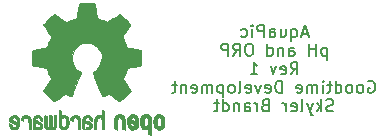
<source format=gbo>
G04 #@! TF.FileFunction,Legend,Bot*
%FSLAX46Y46*%
G04 Gerber Fmt 4.6, Leading zero omitted, Abs format (unit mm)*
G04 Created by KiCad (PCBNEW 4.0.2+dfsg1-stable) date Tue 31 Jul 2018 07:20:09 PM EDT*
%MOMM*%
G01*
G04 APERTURE LIST*
%ADD10C,0.127000*%
%ADD11C,0.152400*%
%ADD12C,0.010000*%
G04 APERTURE END LIST*
D10*
D11*
X72656095Y28380267D02*
X72172286Y28380267D01*
X72752857Y28089981D02*
X72414190Y29105981D01*
X72075524Y28089981D01*
X71301429Y28767314D02*
X71301429Y27751314D01*
X71301429Y28138362D02*
X71398191Y28089981D01*
X71591714Y28089981D01*
X71688476Y28138362D01*
X71736857Y28186743D01*
X71785238Y28283505D01*
X71785238Y28573790D01*
X71736857Y28670552D01*
X71688476Y28718933D01*
X71591714Y28767314D01*
X71398191Y28767314D01*
X71301429Y28718933D01*
X70382191Y28767314D02*
X70382191Y28089981D01*
X70817619Y28767314D02*
X70817619Y28235124D01*
X70769238Y28138362D01*
X70672476Y28089981D01*
X70527334Y28089981D01*
X70430572Y28138362D01*
X70382191Y28186743D01*
X69462953Y28089981D02*
X69462953Y28622171D01*
X69511334Y28718933D01*
X69608096Y28767314D01*
X69801619Y28767314D01*
X69898381Y28718933D01*
X69462953Y28138362D02*
X69559715Y28089981D01*
X69801619Y28089981D01*
X69898381Y28138362D01*
X69946762Y28235124D01*
X69946762Y28331886D01*
X69898381Y28428648D01*
X69801619Y28477029D01*
X69559715Y28477029D01*
X69462953Y28525410D01*
X68979143Y28089981D02*
X68979143Y29105981D01*
X68592096Y29105981D01*
X68495334Y29057600D01*
X68446953Y29009219D01*
X68398572Y28912457D01*
X68398572Y28767314D01*
X68446953Y28670552D01*
X68495334Y28622171D01*
X68592096Y28573790D01*
X68979143Y28573790D01*
X67963143Y28089981D02*
X67963143Y28767314D01*
X67963143Y29105981D02*
X68011524Y29057600D01*
X67963143Y29009219D01*
X67914762Y29057600D01*
X67963143Y29105981D01*
X67963143Y29009219D01*
X67043905Y28138362D02*
X67140667Y28089981D01*
X67334190Y28089981D01*
X67430952Y28138362D01*
X67479333Y28186743D01*
X67527714Y28283505D01*
X67527714Y28573790D01*
X67479333Y28670552D01*
X67430952Y28718933D01*
X67334190Y28767314D01*
X67140667Y28767314D01*
X67043905Y28718933D01*
X74301047Y27192514D02*
X74301047Y26176514D01*
X74301047Y27144133D02*
X74204285Y27192514D01*
X74010762Y27192514D01*
X73914000Y27144133D01*
X73865619Y27095752D01*
X73817238Y26998990D01*
X73817238Y26708705D01*
X73865619Y26611943D01*
X73914000Y26563562D01*
X74010762Y26515181D01*
X74204285Y26515181D01*
X74301047Y26563562D01*
X73381809Y26515181D02*
X73381809Y27531181D01*
X73381809Y27047371D02*
X72801238Y27047371D01*
X72801238Y26515181D02*
X72801238Y27531181D01*
X71107905Y26515181D02*
X71107905Y27047371D01*
X71156286Y27144133D01*
X71253048Y27192514D01*
X71446571Y27192514D01*
X71543333Y27144133D01*
X71107905Y26563562D02*
X71204667Y26515181D01*
X71446571Y26515181D01*
X71543333Y26563562D01*
X71591714Y26660324D01*
X71591714Y26757086D01*
X71543333Y26853848D01*
X71446571Y26902229D01*
X71204667Y26902229D01*
X71107905Y26950610D01*
X70624095Y27192514D02*
X70624095Y26515181D01*
X70624095Y27095752D02*
X70575714Y27144133D01*
X70478952Y27192514D01*
X70333810Y27192514D01*
X70237048Y27144133D01*
X70188667Y27047371D01*
X70188667Y26515181D01*
X69269429Y26515181D02*
X69269429Y27531181D01*
X69269429Y26563562D02*
X69366191Y26515181D01*
X69559714Y26515181D01*
X69656476Y26563562D01*
X69704857Y26611943D01*
X69753238Y26708705D01*
X69753238Y26998990D01*
X69704857Y27095752D01*
X69656476Y27144133D01*
X69559714Y27192514D01*
X69366191Y27192514D01*
X69269429Y27144133D01*
X67818000Y27531181D02*
X67624477Y27531181D01*
X67527715Y27482800D01*
X67430953Y27386038D01*
X67382572Y27192514D01*
X67382572Y26853848D01*
X67430953Y26660324D01*
X67527715Y26563562D01*
X67624477Y26515181D01*
X67818000Y26515181D01*
X67914762Y26563562D01*
X68011524Y26660324D01*
X68059905Y26853848D01*
X68059905Y27192514D01*
X68011524Y27386038D01*
X67914762Y27482800D01*
X67818000Y27531181D01*
X66366572Y26515181D02*
X66705238Y26998990D01*
X66947143Y26515181D02*
X66947143Y27531181D01*
X66560096Y27531181D01*
X66463334Y27482800D01*
X66414953Y27434419D01*
X66366572Y27337657D01*
X66366572Y27192514D01*
X66414953Y27095752D01*
X66463334Y27047371D01*
X66560096Y26998990D01*
X66947143Y26998990D01*
X65931143Y26515181D02*
X65931143Y27531181D01*
X65544096Y27531181D01*
X65447334Y27482800D01*
X65398953Y27434419D01*
X65350572Y27337657D01*
X65350572Y27192514D01*
X65398953Y27095752D01*
X65447334Y27047371D01*
X65544096Y26998990D01*
X65931143Y26998990D01*
X71228857Y24940381D02*
X71567523Y25424190D01*
X71809428Y24940381D02*
X71809428Y25956381D01*
X71422381Y25956381D01*
X71325619Y25908000D01*
X71277238Y25859619D01*
X71228857Y25762857D01*
X71228857Y25617714D01*
X71277238Y25520952D01*
X71325619Y25472571D01*
X71422381Y25424190D01*
X71809428Y25424190D01*
X70406381Y24988762D02*
X70503143Y24940381D01*
X70696666Y24940381D01*
X70793428Y24988762D01*
X70841809Y25085524D01*
X70841809Y25472571D01*
X70793428Y25569333D01*
X70696666Y25617714D01*
X70503143Y25617714D01*
X70406381Y25569333D01*
X70358000Y25472571D01*
X70358000Y25375810D01*
X70841809Y25279048D01*
X70019333Y25617714D02*
X69777428Y24940381D01*
X69535524Y25617714D01*
X67842191Y24940381D02*
X68422762Y24940381D01*
X68132476Y24940381D02*
X68132476Y25956381D01*
X68229238Y25811238D01*
X68326000Y25714476D01*
X68422762Y25666095D01*
X77808666Y24333200D02*
X77905428Y24381581D01*
X78050571Y24381581D01*
X78195713Y24333200D01*
X78292475Y24236438D01*
X78340856Y24139676D01*
X78389237Y23946152D01*
X78389237Y23801010D01*
X78340856Y23607486D01*
X78292475Y23510724D01*
X78195713Y23413962D01*
X78050571Y23365581D01*
X77953809Y23365581D01*
X77808666Y23413962D01*
X77760285Y23462343D01*
X77760285Y23801010D01*
X77953809Y23801010D01*
X77179713Y23365581D02*
X77276475Y23413962D01*
X77324856Y23462343D01*
X77373237Y23559105D01*
X77373237Y23849390D01*
X77324856Y23946152D01*
X77276475Y23994533D01*
X77179713Y24042914D01*
X77034571Y24042914D01*
X76937809Y23994533D01*
X76889428Y23946152D01*
X76841047Y23849390D01*
X76841047Y23559105D01*
X76889428Y23462343D01*
X76937809Y23413962D01*
X77034571Y23365581D01*
X77179713Y23365581D01*
X76260475Y23365581D02*
X76357237Y23413962D01*
X76405618Y23462343D01*
X76453999Y23559105D01*
X76453999Y23849390D01*
X76405618Y23946152D01*
X76357237Y23994533D01*
X76260475Y24042914D01*
X76115333Y24042914D01*
X76018571Y23994533D01*
X75970190Y23946152D01*
X75921809Y23849390D01*
X75921809Y23559105D01*
X75970190Y23462343D01*
X76018571Y23413962D01*
X76115333Y23365581D01*
X76260475Y23365581D01*
X75050952Y23365581D02*
X75050952Y24381581D01*
X75050952Y23413962D02*
X75147714Y23365581D01*
X75341237Y23365581D01*
X75437999Y23413962D01*
X75486380Y23462343D01*
X75534761Y23559105D01*
X75534761Y23849390D01*
X75486380Y23946152D01*
X75437999Y23994533D01*
X75341237Y24042914D01*
X75147714Y24042914D01*
X75050952Y23994533D01*
X74712285Y24042914D02*
X74325237Y24042914D01*
X74567142Y24381581D02*
X74567142Y23510724D01*
X74518761Y23413962D01*
X74421999Y23365581D01*
X74325237Y23365581D01*
X73986571Y23365581D02*
X73986571Y24042914D01*
X73986571Y24381581D02*
X74034952Y24333200D01*
X73986571Y24284819D01*
X73938190Y24333200D01*
X73986571Y24381581D01*
X73986571Y24284819D01*
X73502761Y23365581D02*
X73502761Y24042914D01*
X73502761Y23946152D02*
X73454380Y23994533D01*
X73357618Y24042914D01*
X73212476Y24042914D01*
X73115714Y23994533D01*
X73067333Y23897771D01*
X73067333Y23365581D01*
X73067333Y23897771D02*
X73018952Y23994533D01*
X72922190Y24042914D01*
X72777047Y24042914D01*
X72680285Y23994533D01*
X72631904Y23897771D01*
X72631904Y23365581D01*
X71761047Y23413962D02*
X71857809Y23365581D01*
X72051332Y23365581D01*
X72148094Y23413962D01*
X72196475Y23510724D01*
X72196475Y23897771D01*
X72148094Y23994533D01*
X72051332Y24042914D01*
X71857809Y24042914D01*
X71761047Y23994533D01*
X71712666Y23897771D01*
X71712666Y23801010D01*
X72196475Y23704248D01*
X70503142Y23365581D02*
X70503142Y24381581D01*
X70261237Y24381581D01*
X70116095Y24333200D01*
X70019333Y24236438D01*
X69970952Y24139676D01*
X69922571Y23946152D01*
X69922571Y23801010D01*
X69970952Y23607486D01*
X70019333Y23510724D01*
X70116095Y23413962D01*
X70261237Y23365581D01*
X70503142Y23365581D01*
X69100095Y23413962D02*
X69196857Y23365581D01*
X69390380Y23365581D01*
X69487142Y23413962D01*
X69535523Y23510724D01*
X69535523Y23897771D01*
X69487142Y23994533D01*
X69390380Y24042914D01*
X69196857Y24042914D01*
X69100095Y23994533D01*
X69051714Y23897771D01*
X69051714Y23801010D01*
X69535523Y23704248D01*
X68713047Y24042914D02*
X68471142Y23365581D01*
X68229238Y24042914D01*
X67455143Y23413962D02*
X67551905Y23365581D01*
X67745428Y23365581D01*
X67842190Y23413962D01*
X67890571Y23510724D01*
X67890571Y23897771D01*
X67842190Y23994533D01*
X67745428Y24042914D01*
X67551905Y24042914D01*
X67455143Y23994533D01*
X67406762Y23897771D01*
X67406762Y23801010D01*
X67890571Y23704248D01*
X66826190Y23365581D02*
X66922952Y23413962D01*
X66971333Y23510724D01*
X66971333Y24381581D01*
X66294000Y23365581D02*
X66390762Y23413962D01*
X66439143Y23462343D01*
X66487524Y23559105D01*
X66487524Y23849390D01*
X66439143Y23946152D01*
X66390762Y23994533D01*
X66294000Y24042914D01*
X66148858Y24042914D01*
X66052096Y23994533D01*
X66003715Y23946152D01*
X65955334Y23849390D01*
X65955334Y23559105D01*
X66003715Y23462343D01*
X66052096Y23413962D01*
X66148858Y23365581D01*
X66294000Y23365581D01*
X65519905Y24042914D02*
X65519905Y23026914D01*
X65519905Y23994533D02*
X65423143Y24042914D01*
X65229620Y24042914D01*
X65132858Y23994533D01*
X65084477Y23946152D01*
X65036096Y23849390D01*
X65036096Y23559105D01*
X65084477Y23462343D01*
X65132858Y23413962D01*
X65229620Y23365581D01*
X65423143Y23365581D01*
X65519905Y23413962D01*
X64600667Y23365581D02*
X64600667Y24042914D01*
X64600667Y23946152D02*
X64552286Y23994533D01*
X64455524Y24042914D01*
X64310382Y24042914D01*
X64213620Y23994533D01*
X64165239Y23897771D01*
X64165239Y23365581D01*
X64165239Y23897771D02*
X64116858Y23994533D01*
X64020096Y24042914D01*
X63874953Y24042914D01*
X63778191Y23994533D01*
X63729810Y23897771D01*
X63729810Y23365581D01*
X62858953Y23413962D02*
X62955715Y23365581D01*
X63149238Y23365581D01*
X63246000Y23413962D01*
X63294381Y23510724D01*
X63294381Y23897771D01*
X63246000Y23994533D01*
X63149238Y24042914D01*
X62955715Y24042914D01*
X62858953Y23994533D01*
X62810572Y23897771D01*
X62810572Y23801010D01*
X63294381Y23704248D01*
X62375143Y24042914D02*
X62375143Y23365581D01*
X62375143Y23946152D02*
X62326762Y23994533D01*
X62230000Y24042914D01*
X62084858Y24042914D01*
X61988096Y23994533D01*
X61939715Y23897771D01*
X61939715Y23365581D01*
X61601048Y24042914D02*
X61214000Y24042914D01*
X61455905Y24381581D02*
X61455905Y23510724D01*
X61407524Y23413962D01*
X61310762Y23365581D01*
X61214000Y23365581D01*
X74833236Y21839162D02*
X74688093Y21790781D01*
X74446189Y21790781D01*
X74349427Y21839162D01*
X74301046Y21887543D01*
X74252665Y21984305D01*
X74252665Y22081067D01*
X74301046Y22177829D01*
X74349427Y22226210D01*
X74446189Y22274590D01*
X74639712Y22322971D01*
X74736474Y22371352D01*
X74784855Y22419733D01*
X74833236Y22516495D01*
X74833236Y22613257D01*
X74784855Y22710019D01*
X74736474Y22758400D01*
X74639712Y22806781D01*
X74397808Y22806781D01*
X74252665Y22758400D01*
X73817236Y21790781D02*
X73817236Y22806781D01*
X73720474Y22177829D02*
X73430189Y21790781D01*
X73430189Y22468114D02*
X73817236Y22081067D01*
X73091522Y22468114D02*
X72849617Y21790781D01*
X72607713Y22468114D02*
X72849617Y21790781D01*
X72946379Y21548876D01*
X72994760Y21500495D01*
X73091522Y21452114D01*
X72075522Y21790781D02*
X72172284Y21839162D01*
X72220665Y21935924D01*
X72220665Y22806781D01*
X71301428Y21839162D02*
X71398190Y21790781D01*
X71591713Y21790781D01*
X71688475Y21839162D01*
X71736856Y21935924D01*
X71736856Y22322971D01*
X71688475Y22419733D01*
X71591713Y22468114D01*
X71398190Y22468114D01*
X71301428Y22419733D01*
X71253047Y22322971D01*
X71253047Y22226210D01*
X71736856Y22129448D01*
X70817618Y21790781D02*
X70817618Y22468114D01*
X70817618Y22274590D02*
X70769237Y22371352D01*
X70720856Y22419733D01*
X70624094Y22468114D01*
X70527333Y22468114D01*
X69075905Y22322971D02*
X68930762Y22274590D01*
X68882381Y22226210D01*
X68834000Y22129448D01*
X68834000Y21984305D01*
X68882381Y21887543D01*
X68930762Y21839162D01*
X69027524Y21790781D01*
X69414571Y21790781D01*
X69414571Y22806781D01*
X69075905Y22806781D01*
X68979143Y22758400D01*
X68930762Y22710019D01*
X68882381Y22613257D01*
X68882381Y22516495D01*
X68930762Y22419733D01*
X68979143Y22371352D01*
X69075905Y22322971D01*
X69414571Y22322971D01*
X68398571Y21790781D02*
X68398571Y22468114D01*
X68398571Y22274590D02*
X68350190Y22371352D01*
X68301809Y22419733D01*
X68205047Y22468114D01*
X68108286Y22468114D01*
X67334191Y21790781D02*
X67334191Y22322971D01*
X67382572Y22419733D01*
X67479334Y22468114D01*
X67672857Y22468114D01*
X67769619Y22419733D01*
X67334191Y21839162D02*
X67430953Y21790781D01*
X67672857Y21790781D01*
X67769619Y21839162D01*
X67818000Y21935924D01*
X67818000Y22032686D01*
X67769619Y22129448D01*
X67672857Y22177829D01*
X67430953Y22177829D01*
X67334191Y22226210D01*
X66850381Y22468114D02*
X66850381Y21790781D01*
X66850381Y22371352D02*
X66802000Y22419733D01*
X66705238Y22468114D01*
X66560096Y22468114D01*
X66463334Y22419733D01*
X66414953Y22322971D01*
X66414953Y21790781D01*
X65495715Y21790781D02*
X65495715Y22806781D01*
X65495715Y21839162D02*
X65592477Y21790781D01*
X65786000Y21790781D01*
X65882762Y21839162D01*
X65931143Y21887543D01*
X65979524Y21984305D01*
X65979524Y22274590D01*
X65931143Y22371352D01*
X65882762Y22419733D01*
X65786000Y22468114D01*
X65592477Y22468114D01*
X65495715Y22419733D01*
X65157048Y22468114D02*
X64770000Y22468114D01*
X65011905Y22806781D02*
X65011905Y21935924D01*
X64963524Y21839162D01*
X64866762Y21790781D01*
X64770000Y21790781D01*
D12*
G36*
X58803100Y21538097D02*
X58691550Y21482478D01*
X58593092Y21380069D01*
X58565977Y21342136D01*
X58536438Y21292500D01*
X58517272Y21238588D01*
X58506307Y21166636D01*
X58501371Y21062878D01*
X58500287Y20925899D01*
X58505182Y20738185D01*
X58522196Y20597242D01*
X58554823Y20492092D01*
X58606558Y20411757D01*
X58680896Y20345259D01*
X58686358Y20341322D01*
X58759620Y20301047D01*
X58847840Y20281120D01*
X58960038Y20276207D01*
X59142433Y20276207D01*
X59142509Y20099143D01*
X59144207Y20000530D01*
X59154550Y19942686D01*
X59181578Y19907994D01*
X59233332Y19878836D01*
X59245761Y19872879D01*
X59303923Y19844961D01*
X59348956Y19827328D01*
X59382441Y19825806D01*
X59405962Y19846219D01*
X59421100Y19894393D01*
X59429437Y19976154D01*
X59432556Y20097328D01*
X59432040Y20263740D01*
X59429471Y20481215D01*
X59428668Y20546264D01*
X59425778Y20770498D01*
X59423188Y20917179D01*
X59142586Y20917179D01*
X59141009Y20792674D01*
X59134000Y20711213D01*
X59118142Y20657485D01*
X59090019Y20616177D01*
X59070925Y20596029D01*
X58992865Y20537079D01*
X58923753Y20532280D01*
X58852440Y20580962D01*
X58850632Y20582759D01*
X58821617Y20620382D01*
X58803967Y20671516D01*
X58795064Y20750262D01*
X58792291Y20870724D01*
X58792241Y20897412D01*
X58798942Y21063417D01*
X58820752Y21178495D01*
X58860235Y21248746D01*
X58919956Y21280271D01*
X58954472Y21283448D01*
X59036389Y21268540D01*
X59092579Y21219452D01*
X59126402Y21129638D01*
X59141220Y20992555D01*
X59142586Y20917179D01*
X59423188Y20917179D01*
X59422713Y20944048D01*
X59418753Y21074618D01*
X59413174Y21169913D01*
X59405254Y21237636D01*
X59394269Y21285493D01*
X59379499Y21321187D01*
X59360218Y21352422D01*
X59351951Y21364176D01*
X59242288Y21475203D01*
X59103635Y21538153D01*
X58943246Y21555703D01*
X58803100Y21538097D01*
X58803100Y21538097D01*
G37*
X58803100Y21538097D02*
X58691550Y21482478D01*
X58593092Y21380069D01*
X58565977Y21342136D01*
X58536438Y21292500D01*
X58517272Y21238588D01*
X58506307Y21166636D01*
X58501371Y21062878D01*
X58500287Y20925899D01*
X58505182Y20738185D01*
X58522196Y20597242D01*
X58554823Y20492092D01*
X58606558Y20411757D01*
X58680896Y20345259D01*
X58686358Y20341322D01*
X58759620Y20301047D01*
X58847840Y20281120D01*
X58960038Y20276207D01*
X59142433Y20276207D01*
X59142509Y20099143D01*
X59144207Y20000530D01*
X59154550Y19942686D01*
X59181578Y19907994D01*
X59233332Y19878836D01*
X59245761Y19872879D01*
X59303923Y19844961D01*
X59348956Y19827328D01*
X59382441Y19825806D01*
X59405962Y19846219D01*
X59421100Y19894393D01*
X59429437Y19976154D01*
X59432556Y20097328D01*
X59432040Y20263740D01*
X59429471Y20481215D01*
X59428668Y20546264D01*
X59425778Y20770498D01*
X59423188Y20917179D01*
X59142586Y20917179D01*
X59141009Y20792674D01*
X59134000Y20711213D01*
X59118142Y20657485D01*
X59090019Y20616177D01*
X59070925Y20596029D01*
X58992865Y20537079D01*
X58923753Y20532280D01*
X58852440Y20580962D01*
X58850632Y20582759D01*
X58821617Y20620382D01*
X58803967Y20671516D01*
X58795064Y20750262D01*
X58792291Y20870724D01*
X58792241Y20897412D01*
X58798942Y21063417D01*
X58820752Y21178495D01*
X58860235Y21248746D01*
X58919956Y21280271D01*
X58954472Y21283448D01*
X59036389Y21268540D01*
X59092579Y21219452D01*
X59126402Y21129638D01*
X59141220Y20992555D01*
X59142586Y20917179D01*
X59423188Y20917179D01*
X59422713Y20944048D01*
X59418753Y21074618D01*
X59413174Y21169913D01*
X59405254Y21237636D01*
X59394269Y21285493D01*
X59379499Y21321187D01*
X59360218Y21352422D01*
X59351951Y21364176D01*
X59242288Y21475203D01*
X59103635Y21538153D01*
X58943246Y21555703D01*
X58803100Y21538097D01*
G36*
X56557571Y21522281D02*
X56463877Y21468086D01*
X56398736Y21414293D01*
X56351093Y21357934D01*
X56318272Y21289013D01*
X56297594Y21197532D01*
X56286380Y21073494D01*
X56281951Y20906902D01*
X56281437Y20787149D01*
X56281437Y20346341D01*
X56405517Y20290717D01*
X56529598Y20235093D01*
X56544195Y20717905D01*
X56550227Y20898221D01*
X56556555Y21029099D01*
X56564394Y21119489D01*
X56574963Y21178336D01*
X56589477Y21214587D01*
X56609152Y21237190D01*
X56615465Y21242083D01*
X56711112Y21280294D01*
X56807793Y21265173D01*
X56865345Y21225057D01*
X56888755Y21196630D01*
X56904961Y21159328D01*
X56915259Y21102777D01*
X56920951Y21016606D01*
X56923336Y20890442D01*
X56923736Y20758958D01*
X56923814Y20594001D01*
X56926639Y20477239D01*
X56936093Y20398490D01*
X56956060Y20347569D01*
X56990424Y20314294D01*
X57043068Y20288480D01*
X57113383Y20261656D01*
X57190180Y20232458D01*
X57181038Y20750654D01*
X57177357Y20937461D01*
X57173050Y21075510D01*
X57166877Y21174432D01*
X57157598Y21243855D01*
X57143973Y21293410D01*
X57124761Y21332727D01*
X57101598Y21367416D01*
X56989848Y21478230D01*
X56853487Y21542311D01*
X56705175Y21557661D01*
X56557571Y21522281D01*
X56557571Y21522281D01*
G37*
X56557571Y21522281D02*
X56463877Y21468086D01*
X56398736Y21414293D01*
X56351093Y21357934D01*
X56318272Y21289013D01*
X56297594Y21197532D01*
X56286380Y21073494D01*
X56281951Y20906902D01*
X56281437Y20787149D01*
X56281437Y20346341D01*
X56405517Y20290717D01*
X56529598Y20235093D01*
X56544195Y20717905D01*
X56550227Y20898221D01*
X56556555Y21029099D01*
X56564394Y21119489D01*
X56574963Y21178336D01*
X56589477Y21214587D01*
X56609152Y21237190D01*
X56615465Y21242083D01*
X56711112Y21280294D01*
X56807793Y21265173D01*
X56865345Y21225057D01*
X56888755Y21196630D01*
X56904961Y21159328D01*
X56915259Y21102777D01*
X56920951Y21016606D01*
X56923336Y20890442D01*
X56923736Y20758958D01*
X56923814Y20594001D01*
X56926639Y20477239D01*
X56936093Y20398490D01*
X56956060Y20347569D01*
X56990424Y20314294D01*
X57043068Y20288480D01*
X57113383Y20261656D01*
X57190180Y20232458D01*
X57181038Y20750654D01*
X57177357Y20937461D01*
X57173050Y21075510D01*
X57166877Y21174432D01*
X57157598Y21243855D01*
X57143973Y21293410D01*
X57124761Y21332727D01*
X57101598Y21367416D01*
X56989848Y21478230D01*
X56853487Y21542311D01*
X56705175Y21557661D01*
X56557571Y21522281D01*
G36*
X59926779Y21533985D02*
X59789939Y21462032D01*
X59688949Y21346234D01*
X59653075Y21271787D01*
X59625161Y21160008D01*
X59610871Y21018773D01*
X59609516Y20864629D01*
X59620405Y20714121D01*
X59642847Y20583795D01*
X59676150Y20490197D01*
X59686385Y20474078D01*
X59807618Y20353751D01*
X59951613Y20281683D01*
X60107861Y20260592D01*
X60265852Y20293198D01*
X60309820Y20312747D01*
X60395444Y20372988D01*
X60470592Y20452865D01*
X60477694Y20462996D01*
X60506561Y20511819D01*
X60525643Y20564010D01*
X60536916Y20632715D01*
X60542355Y20731082D01*
X60543938Y20872256D01*
X60543965Y20903908D01*
X60543893Y20913981D01*
X60252011Y20913981D01*
X60250313Y20780744D01*
X60243628Y20692326D01*
X60229575Y20635215D01*
X60205771Y20595898D01*
X60193621Y20582759D01*
X60123764Y20532828D01*
X60055941Y20535105D01*
X59987365Y20578416D01*
X59946465Y20624654D01*
X59922242Y20692143D01*
X59908639Y20798567D01*
X59907706Y20810980D01*
X59905384Y21003853D01*
X59929650Y21147100D01*
X59980176Y21239840D01*
X60056632Y21281193D01*
X60083924Y21283448D01*
X60155589Y21272107D01*
X60204610Y21232816D01*
X60234582Y21157674D01*
X60249101Y21038778D01*
X60252011Y20913981D01*
X60543893Y20913981D01*
X60542878Y21054341D01*
X60538312Y21159451D01*
X60528312Y21232286D01*
X60510921Y21285892D01*
X60484184Y21333319D01*
X60478276Y21342136D01*
X60378968Y21460993D01*
X60270758Y21529992D01*
X60139019Y21557381D01*
X60094283Y21558719D01*
X59926779Y21533985D01*
X59926779Y21533985D01*
G37*
X59926779Y21533985D02*
X59789939Y21462032D01*
X59688949Y21346234D01*
X59653075Y21271787D01*
X59625161Y21160008D01*
X59610871Y21018773D01*
X59609516Y20864629D01*
X59620405Y20714121D01*
X59642847Y20583795D01*
X59676150Y20490197D01*
X59686385Y20474078D01*
X59807618Y20353751D01*
X59951613Y20281683D01*
X60107861Y20260592D01*
X60265852Y20293198D01*
X60309820Y20312747D01*
X60395444Y20372988D01*
X60470592Y20452865D01*
X60477694Y20462996D01*
X60506561Y20511819D01*
X60525643Y20564010D01*
X60536916Y20632715D01*
X60542355Y20731082D01*
X60543938Y20872256D01*
X60543965Y20903908D01*
X60543893Y20913981D01*
X60252011Y20913981D01*
X60250313Y20780744D01*
X60243628Y20692326D01*
X60229575Y20635215D01*
X60205771Y20595898D01*
X60193621Y20582759D01*
X60123764Y20532828D01*
X60055941Y20535105D01*
X59987365Y20578416D01*
X59946465Y20624654D01*
X59922242Y20692143D01*
X59908639Y20798567D01*
X59907706Y20810980D01*
X59905384Y21003853D01*
X59929650Y21147100D01*
X59980176Y21239840D01*
X60056632Y21281193D01*
X60083924Y21283448D01*
X60155589Y21272107D01*
X60204610Y21232816D01*
X60234582Y21157674D01*
X60249101Y21038778D01*
X60252011Y20913981D01*
X60543893Y20913981D01*
X60542878Y21054341D01*
X60538312Y21159451D01*
X60528312Y21232286D01*
X60510921Y21285892D01*
X60484184Y21333319D01*
X60478276Y21342136D01*
X60378968Y21460993D01*
X60270758Y21529992D01*
X60139019Y21557381D01*
X60094283Y21558719D01*
X59926779Y21533985D01*
G36*
X57659448Y21515324D02*
X57544342Y21437889D01*
X57455389Y21326051D01*
X57402251Y21183735D01*
X57391503Y21078985D01*
X57392724Y21035274D01*
X57402944Y21001806D01*
X57431039Y20971821D01*
X57485884Y20938560D01*
X57576355Y20895262D01*
X57711328Y20835167D01*
X57712011Y20834866D01*
X57836249Y20777963D01*
X57938127Y20727435D01*
X58007233Y20688720D01*
X58033154Y20667260D01*
X58033161Y20667087D01*
X58010315Y20620356D01*
X57956891Y20568846D01*
X57895558Y20531739D01*
X57864485Y20524368D01*
X57779711Y20549862D01*
X57706707Y20613709D01*
X57671087Y20683906D01*
X57636820Y20735657D01*
X57569697Y20794591D01*
X57490792Y20845504D01*
X57421179Y20873191D01*
X57406623Y20874713D01*
X57390237Y20849679D01*
X57389250Y20785689D01*
X57401292Y20699407D01*
X57423993Y20607499D01*
X57454986Y20526631D01*
X57456552Y20523491D01*
X57549819Y20393266D01*
X57670696Y20304689D01*
X57807973Y20261214D01*
X57950440Y20266294D01*
X58086888Y20323384D01*
X58092955Y20327398D01*
X58200290Y20424674D01*
X58270868Y20551591D01*
X58309926Y20718474D01*
X58315168Y20765361D01*
X58324452Y20986671D01*
X58313322Y21089876D01*
X58033161Y21089876D01*
X58029521Y21025497D01*
X58009611Y21006709D01*
X57959974Y21020765D01*
X57881733Y21053991D01*
X57794274Y21095641D01*
X57792101Y21096744D01*
X57717970Y21135735D01*
X57688219Y21161756D01*
X57695555Y21189035D01*
X57726447Y21224879D01*
X57805040Y21276749D01*
X57889677Y21280561D01*
X57965597Y21242811D01*
X58018035Y21169999D01*
X58033161Y21089876D01*
X58313322Y21089876D01*
X58305356Y21163739D01*
X58256366Y21304171D01*
X58188164Y21402553D01*
X58065065Y21501970D01*
X57929472Y21551289D01*
X57791045Y21554432D01*
X57659448Y21515324D01*
X57659448Y21515324D01*
G37*
X57659448Y21515324D02*
X57544342Y21437889D01*
X57455389Y21326051D01*
X57402251Y21183735D01*
X57391503Y21078985D01*
X57392724Y21035274D01*
X57402944Y21001806D01*
X57431039Y20971821D01*
X57485884Y20938560D01*
X57576355Y20895262D01*
X57711328Y20835167D01*
X57712011Y20834866D01*
X57836249Y20777963D01*
X57938127Y20727435D01*
X58007233Y20688720D01*
X58033154Y20667260D01*
X58033161Y20667087D01*
X58010315Y20620356D01*
X57956891Y20568846D01*
X57895558Y20531739D01*
X57864485Y20524368D01*
X57779711Y20549862D01*
X57706707Y20613709D01*
X57671087Y20683906D01*
X57636820Y20735657D01*
X57569697Y20794591D01*
X57490792Y20845504D01*
X57421179Y20873191D01*
X57406623Y20874713D01*
X57390237Y20849679D01*
X57389250Y20785689D01*
X57401292Y20699407D01*
X57423993Y20607499D01*
X57454986Y20526631D01*
X57456552Y20523491D01*
X57549819Y20393266D01*
X57670696Y20304689D01*
X57807973Y20261214D01*
X57950440Y20266294D01*
X58086888Y20323384D01*
X58092955Y20327398D01*
X58200290Y20424674D01*
X58270868Y20551591D01*
X58309926Y20718474D01*
X58315168Y20765361D01*
X58324452Y20986671D01*
X58313322Y21089876D01*
X58033161Y21089876D01*
X58029521Y21025497D01*
X58009611Y21006709D01*
X57959974Y21020765D01*
X57881733Y21053991D01*
X57794274Y21095641D01*
X57792101Y21096744D01*
X57717970Y21135735D01*
X57688219Y21161756D01*
X57695555Y21189035D01*
X57726447Y21224879D01*
X57805040Y21276749D01*
X57889677Y21280561D01*
X57965597Y21242811D01*
X58018035Y21169999D01*
X58033161Y21089876D01*
X58313322Y21089876D01*
X58305356Y21163739D01*
X58256366Y21304171D01*
X58188164Y21402553D01*
X58065065Y21501970D01*
X57929472Y21551289D01*
X57791045Y21554432D01*
X57659448Y21515324D01*
G36*
X55230402Y21676143D02*
X55221846Y21556812D01*
X55212019Y21486494D01*
X55198401Y21455821D01*
X55178473Y21455429D01*
X55172011Y21459090D01*
X55086060Y21485602D01*
X54974255Y21484054D01*
X54860586Y21456801D01*
X54789490Y21421545D01*
X54716595Y21365222D01*
X54663307Y21301481D01*
X54626725Y21220490D01*
X54603950Y21112414D01*
X54592081Y20967420D01*
X54588218Y20775674D01*
X54588149Y20738891D01*
X54588103Y20325712D01*
X54680046Y20293661D01*
X54745348Y20271856D01*
X54781176Y20261703D01*
X54782230Y20261609D01*
X54785758Y20289140D01*
X54788761Y20365077D01*
X54791010Y20479435D01*
X54792276Y20622231D01*
X54792471Y20709049D01*
X54792877Y20880227D01*
X54794968Y21002912D01*
X54800053Y21087000D01*
X54809440Y21142386D01*
X54824439Y21178968D01*
X54846358Y21206641D01*
X54860043Y21219968D01*
X54954051Y21273672D01*
X55056636Y21277693D01*
X55149710Y21232275D01*
X55166922Y21215877D01*
X55192168Y21185043D01*
X55209680Y21148469D01*
X55220858Y21095585D01*
X55227104Y21015823D01*
X55229818Y20898615D01*
X55230402Y20737009D01*
X55230402Y20325712D01*
X55322345Y20293661D01*
X55387647Y20271856D01*
X55423475Y20261703D01*
X55424529Y20261609D01*
X55427225Y20289552D01*
X55429655Y20368370D01*
X55431722Y20490547D01*
X55433329Y20648568D01*
X55434377Y20834917D01*
X55434769Y21042080D01*
X55434770Y21051294D01*
X55434770Y21840980D01*
X55339885Y21881003D01*
X55245000Y21921027D01*
X55230402Y21676143D01*
X55230402Y21676143D01*
G37*
X55230402Y21676143D02*
X55221846Y21556812D01*
X55212019Y21486494D01*
X55198401Y21455821D01*
X55178473Y21455429D01*
X55172011Y21459090D01*
X55086060Y21485602D01*
X54974255Y21484054D01*
X54860586Y21456801D01*
X54789490Y21421545D01*
X54716595Y21365222D01*
X54663307Y21301481D01*
X54626725Y21220490D01*
X54603950Y21112414D01*
X54592081Y20967420D01*
X54588218Y20775674D01*
X54588149Y20738891D01*
X54588103Y20325712D01*
X54680046Y20293661D01*
X54745348Y20271856D01*
X54781176Y20261703D01*
X54782230Y20261609D01*
X54785758Y20289140D01*
X54788761Y20365077D01*
X54791010Y20479435D01*
X54792276Y20622231D01*
X54792471Y20709049D01*
X54792877Y20880227D01*
X54794968Y21002912D01*
X54800053Y21087000D01*
X54809440Y21142386D01*
X54824439Y21178968D01*
X54846358Y21206641D01*
X54860043Y21219968D01*
X54954051Y21273672D01*
X55056636Y21277693D01*
X55149710Y21232275D01*
X55166922Y21215877D01*
X55192168Y21185043D01*
X55209680Y21148469D01*
X55220858Y21095585D01*
X55227104Y21015823D01*
X55229818Y20898615D01*
X55230402Y20737009D01*
X55230402Y20325712D01*
X55322345Y20293661D01*
X55387647Y20271856D01*
X55423475Y20261703D01*
X55424529Y20261609D01*
X55427225Y20289552D01*
X55429655Y20368370D01*
X55431722Y20490547D01*
X55433329Y20648568D01*
X55434377Y20834917D01*
X55434769Y21042080D01*
X55434770Y21051294D01*
X55434770Y21840980D01*
X55339885Y21881003D01*
X55245000Y21921027D01*
X55230402Y21676143D01*
G36*
X53895056Y21475640D02*
X53780657Y21433158D01*
X53779348Y21432342D01*
X53708597Y21380270D01*
X53656364Y21319416D01*
X53619629Y21240113D01*
X53595366Y21132691D01*
X53580555Y20987483D01*
X53572171Y20794821D01*
X53571436Y20767372D01*
X53560880Y20353479D01*
X53649709Y20307544D01*
X53713982Y20276502D01*
X53752790Y20261794D01*
X53754585Y20261609D01*
X53761300Y20288750D01*
X53766635Y20361959D01*
X53769917Y20468919D01*
X53770632Y20555531D01*
X53770649Y20695838D01*
X53777063Y20783949D01*
X53799420Y20825975D01*
X53847268Y20828025D01*
X53930151Y20796210D01*
X54055287Y20737728D01*
X54147303Y20689155D01*
X54194629Y20647014D01*
X54208542Y20601084D01*
X54208563Y20598811D01*
X54185605Y20519689D01*
X54117630Y20476945D01*
X54013602Y20470754D01*
X53938670Y20471828D01*
X53899161Y20450247D01*
X53874522Y20398409D01*
X53860341Y20332368D01*
X53880777Y20294896D01*
X53888472Y20289533D01*
X53960917Y20267994D01*
X54062367Y20264945D01*
X54166843Y20279222D01*
X54240875Y20305312D01*
X54343228Y20392215D01*
X54401409Y20513184D01*
X54412931Y20607692D01*
X54404138Y20692938D01*
X54372320Y20762524D01*
X54309316Y20824328D01*
X54206969Y20886228D01*
X54057118Y20956103D01*
X54047988Y20960052D01*
X53913003Y21022412D01*
X53829706Y21073554D01*
X53794003Y21119512D01*
X53801797Y21166317D01*
X53848993Y21220002D01*
X53863106Y21232356D01*
X53957641Y21280259D01*
X54055594Y21278242D01*
X54140903Y21231276D01*
X54197504Y21144331D01*
X54202763Y21127266D01*
X54253977Y21044496D01*
X54318963Y21004628D01*
X54412931Y20965118D01*
X54412931Y21067342D01*
X54384347Y21215928D01*
X54299505Y21352216D01*
X54255355Y21397809D01*
X54154995Y21456326D01*
X54027365Y21482816D01*
X53895056Y21475640D01*
X53895056Y21475640D01*
G37*
X53895056Y21475640D02*
X53780657Y21433158D01*
X53779348Y21432342D01*
X53708597Y21380270D01*
X53656364Y21319416D01*
X53619629Y21240113D01*
X53595366Y21132691D01*
X53580555Y20987483D01*
X53572171Y20794821D01*
X53571436Y20767372D01*
X53560880Y20353479D01*
X53649709Y20307544D01*
X53713982Y20276502D01*
X53752790Y20261794D01*
X53754585Y20261609D01*
X53761300Y20288750D01*
X53766635Y20361959D01*
X53769917Y20468919D01*
X53770632Y20555531D01*
X53770649Y20695838D01*
X53777063Y20783949D01*
X53799420Y20825975D01*
X53847268Y20828025D01*
X53930151Y20796210D01*
X54055287Y20737728D01*
X54147303Y20689155D01*
X54194629Y20647014D01*
X54208542Y20601084D01*
X54208563Y20598811D01*
X54185605Y20519689D01*
X54117630Y20476945D01*
X54013602Y20470754D01*
X53938670Y20471828D01*
X53899161Y20450247D01*
X53874522Y20398409D01*
X53860341Y20332368D01*
X53880777Y20294896D01*
X53888472Y20289533D01*
X53960917Y20267994D01*
X54062367Y20264945D01*
X54166843Y20279222D01*
X54240875Y20305312D01*
X54343228Y20392215D01*
X54401409Y20513184D01*
X54412931Y20607692D01*
X54404138Y20692938D01*
X54372320Y20762524D01*
X54309316Y20824328D01*
X54206969Y20886228D01*
X54057118Y20956103D01*
X54047988Y20960052D01*
X53913003Y21022412D01*
X53829706Y21073554D01*
X53794003Y21119512D01*
X53801797Y21166317D01*
X53848993Y21220002D01*
X53863106Y21232356D01*
X53957641Y21280259D01*
X54055594Y21278242D01*
X54140903Y21231276D01*
X54197504Y21144331D01*
X54202763Y21127266D01*
X54253977Y21044496D01*
X54318963Y21004628D01*
X54412931Y20965118D01*
X54412931Y21067342D01*
X54384347Y21215928D01*
X54299505Y21352216D01*
X54255355Y21397809D01*
X54154995Y21456326D01*
X54027365Y21482816D01*
X53895056Y21475640D01*
G36*
X52909057Y21478080D02*
X52776435Y21429141D01*
X52668990Y21342581D01*
X52626968Y21281648D01*
X52581157Y21169839D01*
X52582109Y21088994D01*
X52630192Y21034622D01*
X52647983Y21025376D01*
X52724796Y20996550D01*
X52764024Y21003935D01*
X52777311Y21052342D01*
X52777988Y21079080D01*
X52802314Y21177452D01*
X52865719Y21246266D01*
X52953846Y21279502D01*
X53052337Y21271139D01*
X53132398Y21227704D01*
X53159439Y21202928D01*
X53178606Y21172871D01*
X53191554Y21127435D01*
X53199936Y21056524D01*
X53205407Y20950040D01*
X53209622Y20797888D01*
X53210713Y20749713D01*
X53214693Y20584905D01*
X53219219Y20468912D01*
X53226005Y20392167D01*
X53236769Y20345107D01*
X53253227Y20318165D01*
X53277094Y20301777D01*
X53292374Y20294537D01*
X53357267Y20269780D01*
X53395466Y20261609D01*
X53408088Y20288897D01*
X53415792Y20371397D01*
X53418620Y20510059D01*
X53416614Y20705838D01*
X53415989Y20736035D01*
X53411579Y20914651D01*
X53406365Y21045077D01*
X53398945Y21137508D01*
X53387918Y21202142D01*
X53371883Y21249175D01*
X53349439Y21288804D01*
X53337698Y21305785D01*
X53270381Y21380920D01*
X53195090Y21439362D01*
X53185872Y21444464D01*
X53050867Y21484740D01*
X52909057Y21478080D01*
X52909057Y21478080D01*
G37*
X52909057Y21478080D02*
X52776435Y21429141D01*
X52668990Y21342581D01*
X52626968Y21281648D01*
X52581157Y21169839D01*
X52582109Y21088994D01*
X52630192Y21034622D01*
X52647983Y21025376D01*
X52724796Y20996550D01*
X52764024Y21003935D01*
X52777311Y21052342D01*
X52777988Y21079080D01*
X52802314Y21177452D01*
X52865719Y21246266D01*
X52953846Y21279502D01*
X53052337Y21271139D01*
X53132398Y21227704D01*
X53159439Y21202928D01*
X53178606Y21172871D01*
X53191554Y21127435D01*
X53199936Y21056524D01*
X53205407Y20950040D01*
X53209622Y20797888D01*
X53210713Y20749713D01*
X53214693Y20584905D01*
X53219219Y20468912D01*
X53226005Y20392167D01*
X53236769Y20345107D01*
X53253227Y20318165D01*
X53277094Y20301777D01*
X53292374Y20294537D01*
X53357267Y20269780D01*
X53395466Y20261609D01*
X53408088Y20288897D01*
X53415792Y20371397D01*
X53418620Y20510059D01*
X53416614Y20705838D01*
X53415989Y20736035D01*
X53411579Y20914651D01*
X53406365Y21045077D01*
X53398945Y21137508D01*
X53387918Y21202142D01*
X53371883Y21249175D01*
X53349439Y21288804D01*
X53337698Y21305785D01*
X53270381Y21380920D01*
X53195090Y21439362D01*
X53185872Y21444464D01*
X53050867Y21484740D01*
X52909057Y21478080D01*
G36*
X51581086Y21245545D02*
X51581457Y21027339D01*
X51582892Y20859481D01*
X51585998Y20733930D01*
X51591378Y20642645D01*
X51599638Y20577585D01*
X51611384Y20530709D01*
X51627219Y20493976D01*
X51639210Y20473009D01*
X51738510Y20359306D01*
X51864412Y20288035D01*
X52003709Y20262462D01*
X52143195Y20285850D01*
X52226257Y20327881D01*
X52313455Y20400589D01*
X52372883Y20489388D01*
X52408739Y20605680D01*
X52425219Y20760865D01*
X52427553Y20874713D01*
X52427239Y20882894D01*
X52223276Y20882894D01*
X52222030Y20752343D01*
X52216322Y20665920D01*
X52203196Y20609382D01*
X52179694Y20568486D01*
X52151614Y20537638D01*
X52057312Y20478095D01*
X51956060Y20473008D01*
X51860364Y20522721D01*
X51852916Y20529457D01*
X51821126Y20564498D01*
X51801192Y20606189D01*
X51790400Y20668238D01*
X51786035Y20764356D01*
X51785345Y20870621D01*
X51786841Y21004120D01*
X51793036Y21093178D01*
X51806486Y21151707D01*
X51829749Y21193618D01*
X51848825Y21215877D01*
X51937437Y21272015D01*
X52039492Y21278765D01*
X52136905Y21235886D01*
X52155704Y21219968D01*
X52187707Y21184618D01*
X52207682Y21142498D01*
X52218407Y21079749D01*
X52222661Y20982513D01*
X52223276Y20882894D01*
X52427239Y20882894D01*
X52420496Y21058053D01*
X52396528Y21195805D01*
X52351452Y21299368D01*
X52281072Y21380144D01*
X52226257Y21421545D01*
X52126624Y21466272D01*
X52011145Y21487033D01*
X51903801Y21481475D01*
X51843736Y21459057D01*
X51820165Y21452677D01*
X51804523Y21476465D01*
X51793605Y21540212D01*
X51785345Y21637313D01*
X51776301Y21745459D01*
X51763739Y21810525D01*
X51740881Y21847732D01*
X51700949Y21872301D01*
X51675862Y21883181D01*
X51580977Y21922928D01*
X51581086Y21245545D01*
X51581086Y21245545D01*
G37*
X51581086Y21245545D02*
X51581457Y21027339D01*
X51582892Y20859481D01*
X51585998Y20733930D01*
X51591378Y20642645D01*
X51599638Y20577585D01*
X51611384Y20530709D01*
X51627219Y20493976D01*
X51639210Y20473009D01*
X51738510Y20359306D01*
X51864412Y20288035D01*
X52003709Y20262462D01*
X52143195Y20285850D01*
X52226257Y20327881D01*
X52313455Y20400589D01*
X52372883Y20489388D01*
X52408739Y20605680D01*
X52425219Y20760865D01*
X52427553Y20874713D01*
X52427239Y20882894D01*
X52223276Y20882894D01*
X52222030Y20752343D01*
X52216322Y20665920D01*
X52203196Y20609382D01*
X52179694Y20568486D01*
X52151614Y20537638D01*
X52057312Y20478095D01*
X51956060Y20473008D01*
X51860364Y20522721D01*
X51852916Y20529457D01*
X51821126Y20564498D01*
X51801192Y20606189D01*
X51790400Y20668238D01*
X51786035Y20764356D01*
X51785345Y20870621D01*
X51786841Y21004120D01*
X51793036Y21093178D01*
X51806486Y21151707D01*
X51829749Y21193618D01*
X51848825Y21215877D01*
X51937437Y21272015D01*
X52039492Y21278765D01*
X52136905Y21235886D01*
X52155704Y21219968D01*
X52187707Y21184618D01*
X52207682Y21142498D01*
X52218407Y21079749D01*
X52222661Y20982513D01*
X52223276Y20882894D01*
X52427239Y20882894D01*
X52420496Y21058053D01*
X52396528Y21195805D01*
X52351452Y21299368D01*
X52281072Y21380144D01*
X52226257Y21421545D01*
X52126624Y21466272D01*
X52011145Y21487033D01*
X51903801Y21481475D01*
X51843736Y21459057D01*
X51820165Y21452677D01*
X51804523Y21476465D01*
X51793605Y21540212D01*
X51785345Y21637313D01*
X51776301Y21745459D01*
X51763739Y21810525D01*
X51740881Y21847732D01*
X51700949Y21872301D01*
X51675862Y21883181D01*
X51580977Y21922928D01*
X51581086Y21245545D01*
G36*
X50394876Y21460160D02*
X50390421Y21383347D01*
X50386929Y21266609D01*
X50384685Y21119179D01*
X50383965Y20964545D01*
X50383965Y20441273D01*
X50476355Y20348883D01*
X50540022Y20291953D01*
X50595911Y20268893D01*
X50672298Y20270353D01*
X50702620Y20274066D01*
X50797390Y20284874D01*
X50875778Y20291067D01*
X50894885Y20291639D01*
X50959301Y20287898D01*
X51051429Y20278506D01*
X51087150Y20274066D01*
X51174886Y20267199D01*
X51233847Y20282115D01*
X51292310Y20328165D01*
X51313415Y20348883D01*
X51405805Y20441273D01*
X51405805Y21420053D01*
X51331442Y21453934D01*
X51267410Y21479030D01*
X51229948Y21487816D01*
X51220343Y21460050D01*
X51211365Y21382470D01*
X51203614Y21263652D01*
X51197686Y21112172D01*
X51194827Y20984195D01*
X51186839Y20480575D01*
X51117152Y20470722D01*
X51053771Y20477611D01*
X51022714Y20499917D01*
X51014033Y20541621D01*
X51006622Y20630456D01*
X51001069Y20755166D01*
X50997964Y20904493D01*
X50997516Y20981339D01*
X50997069Y21423713D01*
X50905126Y21455765D01*
X50840051Y21477557D01*
X50804653Y21487719D01*
X50803632Y21487816D01*
X50800080Y21460191D01*
X50796177Y21383589D01*
X50792249Y21267421D01*
X50788624Y21121096D01*
X50786092Y20984195D01*
X50778103Y20480575D01*
X50602931Y20480575D01*
X50594893Y20940035D01*
X50586854Y21399495D01*
X50501457Y21443656D01*
X50438407Y21473981D01*
X50401090Y21487742D01*
X50400013Y21487816D01*
X50394876Y21460160D01*
X50394876Y21460160D01*
G37*
X50394876Y21460160D02*
X50390421Y21383347D01*
X50386929Y21266609D01*
X50384685Y21119179D01*
X50383965Y20964545D01*
X50383965Y20441273D01*
X50476355Y20348883D01*
X50540022Y20291953D01*
X50595911Y20268893D01*
X50672298Y20270353D01*
X50702620Y20274066D01*
X50797390Y20284874D01*
X50875778Y20291067D01*
X50894885Y20291639D01*
X50959301Y20287898D01*
X51051429Y20278506D01*
X51087150Y20274066D01*
X51174886Y20267199D01*
X51233847Y20282115D01*
X51292310Y20328165D01*
X51313415Y20348883D01*
X51405805Y20441273D01*
X51405805Y21420053D01*
X51331442Y21453934D01*
X51267410Y21479030D01*
X51229948Y21487816D01*
X51220343Y21460050D01*
X51211365Y21382470D01*
X51203614Y21263652D01*
X51197686Y21112172D01*
X51194827Y20984195D01*
X51186839Y20480575D01*
X51117152Y20470722D01*
X51053771Y20477611D01*
X51022714Y20499917D01*
X51014033Y20541621D01*
X51006622Y20630456D01*
X51001069Y20755166D01*
X50997964Y20904493D01*
X50997516Y20981339D01*
X50997069Y21423713D01*
X50905126Y21455765D01*
X50840051Y21477557D01*
X50804653Y21487719D01*
X50803632Y21487816D01*
X50800080Y21460191D01*
X50796177Y21383589D01*
X50792249Y21267421D01*
X50788624Y21121096D01*
X50786092Y20984195D01*
X50778103Y20480575D01*
X50602931Y20480575D01*
X50594893Y20940035D01*
X50586854Y21399495D01*
X50501457Y21443656D01*
X50438407Y21473981D01*
X50401090Y21487742D01*
X50400013Y21487816D01*
X50394876Y21460160D01*
G36*
X49660594Y21464844D02*
X49576531Y21426607D01*
X49510550Y21380274D01*
X49462206Y21328468D01*
X49428828Y21261637D01*
X49407747Y21170231D01*
X49396293Y21044699D01*
X49391797Y20875492D01*
X49391322Y20764067D01*
X49391322Y20329373D01*
X49465684Y20295491D01*
X49524254Y20270728D01*
X49553270Y20261609D01*
X49558821Y20288743D01*
X49563225Y20361906D01*
X49565922Y20468737D01*
X49566494Y20553563D01*
X49568954Y20676113D01*
X49575588Y20773332D01*
X49585274Y20832866D01*
X49592968Y20845517D01*
X49644689Y20832598D01*
X49725883Y20799461D01*
X49819898Y20754539D01*
X49910083Y20706265D01*
X49979785Y20663072D01*
X50012352Y20633392D01*
X50012481Y20633071D01*
X50009680Y20578143D01*
X49984561Y20525708D01*
X49940459Y20483119D01*
X49876091Y20468874D01*
X49821079Y20470534D01*
X49743165Y20471755D01*
X49702268Y20453502D01*
X49677705Y20405274D01*
X49674608Y20396180D01*
X49663960Y20327402D01*
X49692435Y20285640D01*
X49766656Y20265737D01*
X49846832Y20262056D01*
X49991110Y20289342D01*
X50065797Y20328310D01*
X50158037Y20419852D01*
X50206957Y20532218D01*
X50211346Y20650949D01*
X50169999Y20761589D01*
X50107803Y20830920D01*
X50045706Y20869735D01*
X49948105Y20918875D01*
X49834368Y20968708D01*
X49815410Y20976323D01*
X49690479Y21031455D01*
X49618461Y21080046D01*
X49595300Y21128353D01*
X49616936Y21182630D01*
X49654080Y21225057D01*
X49741873Y21277298D01*
X49838470Y21281216D01*
X49927056Y21240959D01*
X49990814Y21160674D01*
X49999183Y21139960D01*
X50047904Y21063775D01*
X50119035Y21007215D01*
X50208793Y20960799D01*
X50208793Y21092416D01*
X50203510Y21172832D01*
X50180858Y21236214D01*
X50130633Y21303837D01*
X50082418Y21355924D01*
X50007446Y21429678D01*
X49949194Y21469298D01*
X49886628Y21485190D01*
X49815807Y21487816D01*
X49660594Y21464844D01*
X49660594Y21464844D01*
G37*
X49660594Y21464844D02*
X49576531Y21426607D01*
X49510550Y21380274D01*
X49462206Y21328468D01*
X49428828Y21261637D01*
X49407747Y21170231D01*
X49396293Y21044699D01*
X49391797Y20875492D01*
X49391322Y20764067D01*
X49391322Y20329373D01*
X49465684Y20295491D01*
X49524254Y20270728D01*
X49553270Y20261609D01*
X49558821Y20288743D01*
X49563225Y20361906D01*
X49565922Y20468737D01*
X49566494Y20553563D01*
X49568954Y20676113D01*
X49575588Y20773332D01*
X49585274Y20832866D01*
X49592968Y20845517D01*
X49644689Y20832598D01*
X49725883Y20799461D01*
X49819898Y20754539D01*
X49910083Y20706265D01*
X49979785Y20663072D01*
X50012352Y20633392D01*
X50012481Y20633071D01*
X50009680Y20578143D01*
X49984561Y20525708D01*
X49940459Y20483119D01*
X49876091Y20468874D01*
X49821079Y20470534D01*
X49743165Y20471755D01*
X49702268Y20453502D01*
X49677705Y20405274D01*
X49674608Y20396180D01*
X49663960Y20327402D01*
X49692435Y20285640D01*
X49766656Y20265737D01*
X49846832Y20262056D01*
X49991110Y20289342D01*
X50065797Y20328310D01*
X50158037Y20419852D01*
X50206957Y20532218D01*
X50211346Y20650949D01*
X50169999Y20761589D01*
X50107803Y20830920D01*
X50045706Y20869735D01*
X49948105Y20918875D01*
X49834368Y20968708D01*
X49815410Y20976323D01*
X49690479Y21031455D01*
X49618461Y21080046D01*
X49595300Y21128353D01*
X49616936Y21182630D01*
X49654080Y21225057D01*
X49741873Y21277298D01*
X49838470Y21281216D01*
X49927056Y21240959D01*
X49990814Y21160674D01*
X49999183Y21139960D01*
X50047904Y21063775D01*
X50119035Y21007215D01*
X50208793Y20960799D01*
X50208793Y21092416D01*
X50203510Y21172832D01*
X50180858Y21236214D01*
X50130633Y21303837D01*
X50082418Y21355924D01*
X50007446Y21429678D01*
X49949194Y21469298D01*
X49886628Y21485190D01*
X49815807Y21487816D01*
X49660594Y21464844D01*
G36*
X48639310Y21459982D02*
X48604415Y21444731D01*
X48521123Y21378765D01*
X48449897Y21283382D01*
X48405847Y21181594D01*
X48398678Y21131413D01*
X48422715Y21061353D01*
X48475439Y21024283D01*
X48531969Y21001836D01*
X48557854Y20997700D01*
X48570458Y21027717D01*
X48595346Y21093039D01*
X48606265Y21122555D01*
X48667492Y21224652D01*
X48756139Y21275577D01*
X48869807Y21274011D01*
X48878226Y21272006D01*
X48938912Y21243233D01*
X48983526Y21187141D01*
X49013998Y21096837D01*
X49032256Y20965429D01*
X49040229Y20786026D01*
X49040977Y20690567D01*
X49041348Y20540087D01*
X49043777Y20437505D01*
X49050240Y20372328D01*
X49062712Y20334062D01*
X49083167Y20312215D01*
X49113581Y20296293D01*
X49115339Y20295491D01*
X49173909Y20270728D01*
X49202925Y20261609D01*
X49207384Y20289178D01*
X49211201Y20365380D01*
X49214101Y20480459D01*
X49215809Y20624659D01*
X49216149Y20730186D01*
X49214412Y20934387D01*
X49207618Y21089303D01*
X49193393Y21203976D01*
X49169362Y21287449D01*
X49133152Y21348764D01*
X49082388Y21396966D01*
X49032261Y21430607D01*
X48911725Y21475381D01*
X48771443Y21485479D01*
X48639310Y21459982D01*
X48639310Y21459982D01*
G37*
X48639310Y21459982D02*
X48604415Y21444731D01*
X48521123Y21378765D01*
X48449897Y21283382D01*
X48405847Y21181594D01*
X48398678Y21131413D01*
X48422715Y21061353D01*
X48475439Y21024283D01*
X48531969Y21001836D01*
X48557854Y20997700D01*
X48570458Y21027717D01*
X48595346Y21093039D01*
X48606265Y21122555D01*
X48667492Y21224652D01*
X48756139Y21275577D01*
X48869807Y21274011D01*
X48878226Y21272006D01*
X48938912Y21243233D01*
X48983526Y21187141D01*
X49013998Y21096837D01*
X49032256Y20965429D01*
X49040229Y20786026D01*
X49040977Y20690567D01*
X49041348Y20540087D01*
X49043777Y20437505D01*
X49050240Y20372328D01*
X49062712Y20334062D01*
X49083167Y20312215D01*
X49113581Y20296293D01*
X49115339Y20295491D01*
X49173909Y20270728D01*
X49202925Y20261609D01*
X49207384Y20289178D01*
X49211201Y20365380D01*
X49214101Y20480459D01*
X49215809Y20624659D01*
X49216149Y20730186D01*
X49214412Y20934387D01*
X49207618Y21089303D01*
X49193393Y21203976D01*
X49169362Y21287449D01*
X49133152Y21348764D01*
X49082388Y21396966D01*
X49032261Y21430607D01*
X48911725Y21475381D01*
X48771443Y21485479D01*
X48639310Y21459982D01*
G36*
X47631561Y21443460D02*
X47516050Y21367966D01*
X47460336Y21300383D01*
X47416196Y21177745D01*
X47412691Y21080702D01*
X47420632Y20950944D01*
X47719885Y20819961D01*
X47865389Y20753042D01*
X47960463Y20699210D01*
X48009899Y20652584D01*
X48018489Y20607280D01*
X47991028Y20557418D01*
X47960747Y20524368D01*
X47872637Y20471367D01*
X47776804Y20467653D01*
X47688788Y20508959D01*
X47624131Y20591017D01*
X47612567Y20619992D01*
X47557175Y20710491D01*
X47493447Y20749060D01*
X47406034Y20782054D01*
X47406034Y20656966D01*
X47413762Y20571844D01*
X47444034Y20500062D01*
X47507482Y20417644D01*
X47516912Y20406934D01*
X47587487Y20333609D01*
X47648153Y20294258D01*
X47724050Y20276155D01*
X47786970Y20270226D01*
X47899513Y20268749D01*
X47979630Y20287465D01*
X48029610Y20315253D01*
X48108162Y20376359D01*
X48162537Y20442446D01*
X48196948Y20525559D01*
X48215612Y20637746D01*
X48222744Y20791054D01*
X48223313Y20868864D01*
X48221378Y20962147D01*
X48045101Y20962147D01*
X48043056Y20912104D01*
X48037961Y20903908D01*
X48004334Y20915042D01*
X47931970Y20944507D01*
X47835253Y20986399D01*
X47815027Y20995403D01*
X47692797Y21057558D01*
X47625453Y21112185D01*
X47610652Y21163351D01*
X47646053Y21215124D01*
X47675289Y21238000D01*
X47780784Y21283750D01*
X47879524Y21276192D01*
X47962188Y21220349D01*
X48019452Y21121247D01*
X48037812Y21042586D01*
X48045101Y20962147D01*
X48221378Y20962147D01*
X48219541Y21050649D01*
X48205641Y21185147D01*
X48178106Y21283084D01*
X48133428Y21355189D01*
X48068099Y21412187D01*
X48039617Y21430607D01*
X47910237Y21478578D01*
X47768588Y21481597D01*
X47631561Y21443460D01*
X47631561Y21443460D01*
G37*
X47631561Y21443460D02*
X47516050Y21367966D01*
X47460336Y21300383D01*
X47416196Y21177745D01*
X47412691Y21080702D01*
X47420632Y20950944D01*
X47719885Y20819961D01*
X47865389Y20753042D01*
X47960463Y20699210D01*
X48009899Y20652584D01*
X48018489Y20607280D01*
X47991028Y20557418D01*
X47960747Y20524368D01*
X47872637Y20471367D01*
X47776804Y20467653D01*
X47688788Y20508959D01*
X47624131Y20591017D01*
X47612567Y20619992D01*
X47557175Y20710491D01*
X47493447Y20749060D01*
X47406034Y20782054D01*
X47406034Y20656966D01*
X47413762Y20571844D01*
X47444034Y20500062D01*
X47507482Y20417644D01*
X47516912Y20406934D01*
X47587487Y20333609D01*
X47648153Y20294258D01*
X47724050Y20276155D01*
X47786970Y20270226D01*
X47899513Y20268749D01*
X47979630Y20287465D01*
X48029610Y20315253D01*
X48108162Y20376359D01*
X48162537Y20442446D01*
X48196948Y20525559D01*
X48215612Y20637746D01*
X48222744Y20791054D01*
X48223313Y20868864D01*
X48221378Y20962147D01*
X48045101Y20962147D01*
X48043056Y20912104D01*
X48037961Y20903908D01*
X48004334Y20915042D01*
X47931970Y20944507D01*
X47835253Y20986399D01*
X47815027Y20995403D01*
X47692797Y21057558D01*
X47625453Y21112185D01*
X47610652Y21163351D01*
X47646053Y21215124D01*
X47675289Y21238000D01*
X47780784Y21283750D01*
X47879524Y21276192D01*
X47962188Y21220349D01*
X48019452Y21121247D01*
X48037812Y21042586D01*
X48045101Y20962147D01*
X48221378Y20962147D01*
X48219541Y21050649D01*
X48205641Y21185147D01*
X48178106Y21283084D01*
X48133428Y21355189D01*
X48068099Y21412187D01*
X48039617Y21430607D01*
X47910237Y21478578D01*
X47768588Y21481597D01*
X47631561Y21443460D01*
G36*
X53765986Y30947002D02*
X53607994Y30946137D01*
X53493653Y30943795D01*
X53415593Y30939238D01*
X53366446Y30931730D01*
X53338841Y30920534D01*
X53325408Y30904912D01*
X53318779Y30884127D01*
X53318135Y30881437D01*
X53308065Y30832887D01*
X53289425Y30737095D01*
X53264155Y30604257D01*
X53234193Y30444569D01*
X53201478Y30268226D01*
X53200336Y30262033D01*
X53167567Y30089218D01*
X53136907Y29936531D01*
X53110336Y29813129D01*
X53089833Y29728169D01*
X53077374Y29690810D01*
X53076780Y29690148D01*
X53040081Y29671905D01*
X52964414Y29641503D01*
X52866122Y29605507D01*
X52865575Y29605315D01*
X52741767Y29558778D01*
X52595804Y29499496D01*
X52458219Y29439891D01*
X52451707Y29436944D01*
X52227610Y29335235D01*
X51731381Y29674103D01*
X51579154Y29777408D01*
X51441259Y29869763D01*
X51325685Y29945916D01*
X51240421Y30000615D01*
X51193456Y30028607D01*
X51188996Y30030683D01*
X51154866Y30021440D01*
X51091119Y29976844D01*
X50995269Y29894791D01*
X50864831Y29773179D01*
X50731672Y29643795D01*
X50603306Y29516298D01*
X50488419Y29399954D01*
X50393927Y29301948D01*
X50326747Y29229464D01*
X50293794Y29189687D01*
X50292568Y29187639D01*
X50288926Y29160344D01*
X50302650Y29115766D01*
X50337131Y29047888D01*
X50395761Y28950689D01*
X50481930Y28818149D01*
X50596800Y28647524D01*
X50698746Y28497345D01*
X50789877Y28362650D01*
X50864927Y28251260D01*
X50918631Y28170995D01*
X50945720Y28129675D01*
X50947426Y28126870D01*
X50944118Y28087279D01*
X50919047Y28010331D01*
X50877202Y27910568D01*
X50862288Y27878709D01*
X50797214Y27736774D01*
X50727788Y27575727D01*
X50671391Y27436379D01*
X50630753Y27332956D01*
X50598474Y27254358D01*
X50579822Y27213280D01*
X50577503Y27210115D01*
X50543197Y27204872D01*
X50462331Y27190506D01*
X50345657Y27169063D01*
X50203925Y27142587D01*
X50047890Y27113123D01*
X49888302Y27082717D01*
X49735915Y27053412D01*
X49601479Y27027255D01*
X49495748Y27006290D01*
X49429474Y26992561D01*
X49413218Y26988680D01*
X49396427Y26979100D01*
X49383751Y26957464D01*
X49374622Y26916469D01*
X49368469Y26848811D01*
X49364720Y26747188D01*
X49362808Y26604297D01*
X49362160Y26412835D01*
X49362126Y26334355D01*
X49362126Y25696094D01*
X49515402Y25665840D01*
X49600678Y25649436D01*
X49727930Y25625491D01*
X49881685Y25596893D01*
X50046466Y25566533D01*
X50092011Y25558194D01*
X50244068Y25528630D01*
X50376532Y25499558D01*
X50478286Y25473671D01*
X50538212Y25453663D01*
X50548195Y25447699D01*
X50572707Y25405466D01*
X50607852Y25323630D01*
X50646827Y25218317D01*
X50654558Y25195632D01*
X50705640Y25054982D01*
X50769046Y24896286D01*
X50831096Y24753775D01*
X50831402Y24753114D01*
X50934733Y24529560D01*
X50255039Y23529768D01*
X50691379Y23092700D01*
X50823351Y22962619D01*
X50943721Y22847952D01*
X51045727Y22754819D01*
X51122609Y22689342D01*
X51167607Y22657643D01*
X51174062Y22655632D01*
X51211960Y22671471D01*
X51289292Y22715504D01*
X51397611Y22782510D01*
X51528468Y22867266D01*
X51669948Y22962184D01*
X51813539Y23059002D01*
X51941565Y23143249D01*
X52045895Y23209742D01*
X52118400Y23253298D01*
X52150842Y23268736D01*
X52190424Y23255672D01*
X52265481Y23221250D01*
X52360532Y23172620D01*
X52370608Y23167215D01*
X52498609Y23103020D01*
X52586382Y23071537D01*
X52640972Y23071202D01*
X52669425Y23100452D01*
X52669590Y23100862D01*
X52683812Y23135502D01*
X52717731Y23217731D01*
X52768716Y23341186D01*
X52834138Y23499502D01*
X52911366Y23686314D01*
X52997771Y23895258D01*
X53081449Y24097554D01*
X53173412Y24320800D01*
X53257850Y24527608D01*
X53332231Y24711638D01*
X53394026Y24866549D01*
X53440703Y24986004D01*
X53469732Y25063661D01*
X53478678Y25092644D01*
X53456244Y25125890D01*
X53397561Y25178877D01*
X53319311Y25237296D01*
X53096466Y25422048D01*
X52922282Y25633818D01*
X52798846Y25868144D01*
X52728246Y26120566D01*
X52712569Y26386623D01*
X52723964Y26509425D01*
X52786050Y26764207D01*
X52892977Y26989199D01*
X53038111Y27182183D01*
X53214822Y27340939D01*
X53416478Y27463250D01*
X53636446Y27546895D01*
X53868094Y27589656D01*
X54104791Y27589313D01*
X54339905Y27543648D01*
X54566804Y27450441D01*
X54778856Y27307473D01*
X54867364Y27226617D01*
X55037111Y27018993D01*
X55155301Y26792105D01*
X55222722Y26552567D01*
X55240160Y26306993D01*
X55208402Y26061997D01*
X55128235Y25824192D01*
X55000445Y25600193D01*
X54825820Y25396613D01*
X54630688Y25237296D01*
X54549409Y25176398D01*
X54491991Y25123985D01*
X54471322Y25092594D01*
X54482144Y25058361D01*
X54512923Y24976581D01*
X54561126Y24853593D01*
X54624222Y24695737D01*
X54699678Y24509351D01*
X54784962Y24300774D01*
X54868781Y24097504D01*
X54961255Y23874067D01*
X55046911Y23667016D01*
X55123118Y23482714D01*
X55187247Y23327525D01*
X55236668Y23207812D01*
X55268752Y23129939D01*
X55280641Y23100862D01*
X55308726Y23071323D01*
X55363051Y23071409D01*
X55450605Y23102674D01*
X55578381Y23166671D01*
X55579392Y23167215D01*
X55675598Y23216879D01*
X55753369Y23253055D01*
X55797223Y23268592D01*
X55799158Y23268736D01*
X55832171Y23252976D01*
X55905054Y23209150D01*
X56009678Y23142443D01*
X56137910Y23058036D01*
X56280052Y22962184D01*
X56424767Y22865133D01*
X56555196Y22780730D01*
X56662890Y22714199D01*
X56739402Y22670762D01*
X56775938Y22655632D01*
X56809582Y22675518D01*
X56877224Y22731097D01*
X56972107Y22816246D01*
X57087470Y22924847D01*
X57216555Y23050779D01*
X57258771Y23092851D01*
X57695261Y23530069D01*
X57363023Y24017660D01*
X57262054Y24167395D01*
X57173438Y24301780D01*
X57102146Y24413031D01*
X57053150Y24493361D01*
X57031422Y24534986D01*
X57030785Y24537947D01*
X57042240Y24577182D01*
X57073051Y24656105D01*
X57117884Y24761491D01*
X57149353Y24832046D01*
X57208192Y24967124D01*
X57263604Y25103591D01*
X57306564Y25218897D01*
X57318234Y25254023D01*
X57351389Y25347826D01*
X57383799Y25420306D01*
X57401601Y25447699D01*
X57440886Y25464464D01*
X57526626Y25488230D01*
X57647697Y25516303D01*
X57792973Y25545991D01*
X57857988Y25558194D01*
X58023087Y25588532D01*
X58181448Y25617907D01*
X58317596Y25643431D01*
X58416057Y25662215D01*
X58434598Y25665840D01*
X58587873Y25696094D01*
X58587873Y26334355D01*
X58587529Y26544230D01*
X58586116Y26703020D01*
X58583064Y26818027D01*
X58577803Y26896554D01*
X58569763Y26945904D01*
X58558373Y26973381D01*
X58543063Y26986287D01*
X58536782Y26988680D01*
X58498896Y26997167D01*
X58415195Y27014100D01*
X58296433Y27037434D01*
X58153361Y27065125D01*
X57996732Y27095127D01*
X57837297Y27125396D01*
X57685809Y27153885D01*
X57553019Y27178551D01*
X57449681Y27197349D01*
X57386545Y27208233D01*
X57372497Y27210115D01*
X57359770Y27235296D01*
X57331600Y27302378D01*
X57293252Y27398667D01*
X57278609Y27436379D01*
X57219548Y27582079D01*
X57150000Y27743049D01*
X57087712Y27878709D01*
X57041879Y27982439D01*
X57011387Y28067674D01*
X57001208Y28119874D01*
X57002831Y28126870D01*
X57024343Y28159898D01*
X57073465Y28233357D01*
X57144923Y28339423D01*
X57233445Y28470274D01*
X57333759Y28618088D01*
X57353594Y28647266D01*
X57469988Y28820137D01*
X57555548Y28951774D01*
X57613684Y29048239D01*
X57647808Y29115592D01*
X57661331Y29159894D01*
X57657664Y29187206D01*
X57657570Y29187380D01*
X57628707Y29223254D01*
X57564867Y29292609D01*
X57472969Y29388255D01*
X57359933Y29503001D01*
X57232679Y29629659D01*
X57218328Y29643795D01*
X57057957Y29799097D01*
X56934195Y29913130D01*
X56844555Y29987998D01*
X56786552Y30025804D01*
X56761004Y30030683D01*
X56723718Y30009397D01*
X56646343Y29960227D01*
X56536867Y29888425D01*
X56403280Y29799245D01*
X56253570Y29697937D01*
X56218618Y29674103D01*
X55722390Y29335235D01*
X55498293Y29436944D01*
X55362011Y29496217D01*
X55215724Y29555830D01*
X55089965Y29603360D01*
X55084425Y29605315D01*
X54986057Y29641323D01*
X54910229Y29671771D01*
X54873282Y29690095D01*
X54873220Y29690148D01*
X54861496Y29723271D01*
X54841568Y29804733D01*
X54815413Y29925375D01*
X54785010Y30076041D01*
X54752337Y30247572D01*
X54749664Y30262033D01*
X54716890Y30438765D01*
X54686802Y30599190D01*
X54661339Y30733112D01*
X54642441Y30830337D01*
X54632047Y30880668D01*
X54631865Y30881437D01*
X54625539Y30902847D01*
X54613239Y30919012D01*
X54587594Y30930669D01*
X54541235Y30938555D01*
X54466792Y30943407D01*
X54356895Y30945961D01*
X54204175Y30946955D01*
X54001262Y30947126D01*
X53975000Y30947126D01*
X53765986Y30947002D01*
X53765986Y30947002D01*
G37*
X53765986Y30947002D02*
X53607994Y30946137D01*
X53493653Y30943795D01*
X53415593Y30939238D01*
X53366446Y30931730D01*
X53338841Y30920534D01*
X53325408Y30904912D01*
X53318779Y30884127D01*
X53318135Y30881437D01*
X53308065Y30832887D01*
X53289425Y30737095D01*
X53264155Y30604257D01*
X53234193Y30444569D01*
X53201478Y30268226D01*
X53200336Y30262033D01*
X53167567Y30089218D01*
X53136907Y29936531D01*
X53110336Y29813129D01*
X53089833Y29728169D01*
X53077374Y29690810D01*
X53076780Y29690148D01*
X53040081Y29671905D01*
X52964414Y29641503D01*
X52866122Y29605507D01*
X52865575Y29605315D01*
X52741767Y29558778D01*
X52595804Y29499496D01*
X52458219Y29439891D01*
X52451707Y29436944D01*
X52227610Y29335235D01*
X51731381Y29674103D01*
X51579154Y29777408D01*
X51441259Y29869763D01*
X51325685Y29945916D01*
X51240421Y30000615D01*
X51193456Y30028607D01*
X51188996Y30030683D01*
X51154866Y30021440D01*
X51091119Y29976844D01*
X50995269Y29894791D01*
X50864831Y29773179D01*
X50731672Y29643795D01*
X50603306Y29516298D01*
X50488419Y29399954D01*
X50393927Y29301948D01*
X50326747Y29229464D01*
X50293794Y29189687D01*
X50292568Y29187639D01*
X50288926Y29160344D01*
X50302650Y29115766D01*
X50337131Y29047888D01*
X50395761Y28950689D01*
X50481930Y28818149D01*
X50596800Y28647524D01*
X50698746Y28497345D01*
X50789877Y28362650D01*
X50864927Y28251260D01*
X50918631Y28170995D01*
X50945720Y28129675D01*
X50947426Y28126870D01*
X50944118Y28087279D01*
X50919047Y28010331D01*
X50877202Y27910568D01*
X50862288Y27878709D01*
X50797214Y27736774D01*
X50727788Y27575727D01*
X50671391Y27436379D01*
X50630753Y27332956D01*
X50598474Y27254358D01*
X50579822Y27213280D01*
X50577503Y27210115D01*
X50543197Y27204872D01*
X50462331Y27190506D01*
X50345657Y27169063D01*
X50203925Y27142587D01*
X50047890Y27113123D01*
X49888302Y27082717D01*
X49735915Y27053412D01*
X49601479Y27027255D01*
X49495748Y27006290D01*
X49429474Y26992561D01*
X49413218Y26988680D01*
X49396427Y26979100D01*
X49383751Y26957464D01*
X49374622Y26916469D01*
X49368469Y26848811D01*
X49364720Y26747188D01*
X49362808Y26604297D01*
X49362160Y26412835D01*
X49362126Y26334355D01*
X49362126Y25696094D01*
X49515402Y25665840D01*
X49600678Y25649436D01*
X49727930Y25625491D01*
X49881685Y25596893D01*
X50046466Y25566533D01*
X50092011Y25558194D01*
X50244068Y25528630D01*
X50376532Y25499558D01*
X50478286Y25473671D01*
X50538212Y25453663D01*
X50548195Y25447699D01*
X50572707Y25405466D01*
X50607852Y25323630D01*
X50646827Y25218317D01*
X50654558Y25195632D01*
X50705640Y25054982D01*
X50769046Y24896286D01*
X50831096Y24753775D01*
X50831402Y24753114D01*
X50934733Y24529560D01*
X50255039Y23529768D01*
X50691379Y23092700D01*
X50823351Y22962619D01*
X50943721Y22847952D01*
X51045727Y22754819D01*
X51122609Y22689342D01*
X51167607Y22657643D01*
X51174062Y22655632D01*
X51211960Y22671471D01*
X51289292Y22715504D01*
X51397611Y22782510D01*
X51528468Y22867266D01*
X51669948Y22962184D01*
X51813539Y23059002D01*
X51941565Y23143249D01*
X52045895Y23209742D01*
X52118400Y23253298D01*
X52150842Y23268736D01*
X52190424Y23255672D01*
X52265481Y23221250D01*
X52360532Y23172620D01*
X52370608Y23167215D01*
X52498609Y23103020D01*
X52586382Y23071537D01*
X52640972Y23071202D01*
X52669425Y23100452D01*
X52669590Y23100862D01*
X52683812Y23135502D01*
X52717731Y23217731D01*
X52768716Y23341186D01*
X52834138Y23499502D01*
X52911366Y23686314D01*
X52997771Y23895258D01*
X53081449Y24097554D01*
X53173412Y24320800D01*
X53257850Y24527608D01*
X53332231Y24711638D01*
X53394026Y24866549D01*
X53440703Y24986004D01*
X53469732Y25063661D01*
X53478678Y25092644D01*
X53456244Y25125890D01*
X53397561Y25178877D01*
X53319311Y25237296D01*
X53096466Y25422048D01*
X52922282Y25633818D01*
X52798846Y25868144D01*
X52728246Y26120566D01*
X52712569Y26386623D01*
X52723964Y26509425D01*
X52786050Y26764207D01*
X52892977Y26989199D01*
X53038111Y27182183D01*
X53214822Y27340939D01*
X53416478Y27463250D01*
X53636446Y27546895D01*
X53868094Y27589656D01*
X54104791Y27589313D01*
X54339905Y27543648D01*
X54566804Y27450441D01*
X54778856Y27307473D01*
X54867364Y27226617D01*
X55037111Y27018993D01*
X55155301Y26792105D01*
X55222722Y26552567D01*
X55240160Y26306993D01*
X55208402Y26061997D01*
X55128235Y25824192D01*
X55000445Y25600193D01*
X54825820Y25396613D01*
X54630688Y25237296D01*
X54549409Y25176398D01*
X54491991Y25123985D01*
X54471322Y25092594D01*
X54482144Y25058361D01*
X54512923Y24976581D01*
X54561126Y24853593D01*
X54624222Y24695737D01*
X54699678Y24509351D01*
X54784962Y24300774D01*
X54868781Y24097504D01*
X54961255Y23874067D01*
X55046911Y23667016D01*
X55123118Y23482714D01*
X55187247Y23327525D01*
X55236668Y23207812D01*
X55268752Y23129939D01*
X55280641Y23100862D01*
X55308726Y23071323D01*
X55363051Y23071409D01*
X55450605Y23102674D01*
X55578381Y23166671D01*
X55579392Y23167215D01*
X55675598Y23216879D01*
X55753369Y23253055D01*
X55797223Y23268592D01*
X55799158Y23268736D01*
X55832171Y23252976D01*
X55905054Y23209150D01*
X56009678Y23142443D01*
X56137910Y23058036D01*
X56280052Y22962184D01*
X56424767Y22865133D01*
X56555196Y22780730D01*
X56662890Y22714199D01*
X56739402Y22670762D01*
X56775938Y22655632D01*
X56809582Y22675518D01*
X56877224Y22731097D01*
X56972107Y22816246D01*
X57087470Y22924847D01*
X57216555Y23050779D01*
X57258771Y23092851D01*
X57695261Y23530069D01*
X57363023Y24017660D01*
X57262054Y24167395D01*
X57173438Y24301780D01*
X57102146Y24413031D01*
X57053150Y24493361D01*
X57031422Y24534986D01*
X57030785Y24537947D01*
X57042240Y24577182D01*
X57073051Y24656105D01*
X57117884Y24761491D01*
X57149353Y24832046D01*
X57208192Y24967124D01*
X57263604Y25103591D01*
X57306564Y25218897D01*
X57318234Y25254023D01*
X57351389Y25347826D01*
X57383799Y25420306D01*
X57401601Y25447699D01*
X57440886Y25464464D01*
X57526626Y25488230D01*
X57647697Y25516303D01*
X57792973Y25545991D01*
X57857988Y25558194D01*
X58023087Y25588532D01*
X58181448Y25617907D01*
X58317596Y25643431D01*
X58416057Y25662215D01*
X58434598Y25665840D01*
X58587873Y25696094D01*
X58587873Y26334355D01*
X58587529Y26544230D01*
X58586116Y26703020D01*
X58583064Y26818027D01*
X58577803Y26896554D01*
X58569763Y26945904D01*
X58558373Y26973381D01*
X58543063Y26986287D01*
X58536782Y26988680D01*
X58498896Y26997167D01*
X58415195Y27014100D01*
X58296433Y27037434D01*
X58153361Y27065125D01*
X57996732Y27095127D01*
X57837297Y27125396D01*
X57685809Y27153885D01*
X57553019Y27178551D01*
X57449681Y27197349D01*
X57386545Y27208233D01*
X57372497Y27210115D01*
X57359770Y27235296D01*
X57331600Y27302378D01*
X57293252Y27398667D01*
X57278609Y27436379D01*
X57219548Y27582079D01*
X57150000Y27743049D01*
X57087712Y27878709D01*
X57041879Y27982439D01*
X57011387Y28067674D01*
X57001208Y28119874D01*
X57002831Y28126870D01*
X57024343Y28159898D01*
X57073465Y28233357D01*
X57144923Y28339423D01*
X57233445Y28470274D01*
X57333759Y28618088D01*
X57353594Y28647266D01*
X57469988Y28820137D01*
X57555548Y28951774D01*
X57613684Y29048239D01*
X57647808Y29115592D01*
X57661331Y29159894D01*
X57657664Y29187206D01*
X57657570Y29187380D01*
X57628707Y29223254D01*
X57564867Y29292609D01*
X57472969Y29388255D01*
X57359933Y29503001D01*
X57232679Y29629659D01*
X57218328Y29643795D01*
X57057957Y29799097D01*
X56934195Y29913130D01*
X56844555Y29987998D01*
X56786552Y30025804D01*
X56761004Y30030683D01*
X56723718Y30009397D01*
X56646343Y29960227D01*
X56536867Y29888425D01*
X56403280Y29799245D01*
X56253570Y29697937D01*
X56218618Y29674103D01*
X55722390Y29335235D01*
X55498293Y29436944D01*
X55362011Y29496217D01*
X55215724Y29555830D01*
X55089965Y29603360D01*
X55084425Y29605315D01*
X54986057Y29641323D01*
X54910229Y29671771D01*
X54873282Y29690095D01*
X54873220Y29690148D01*
X54861496Y29723271D01*
X54841568Y29804733D01*
X54815413Y29925375D01*
X54785010Y30076041D01*
X54752337Y30247572D01*
X54749664Y30262033D01*
X54716890Y30438765D01*
X54686802Y30599190D01*
X54661339Y30733112D01*
X54642441Y30830337D01*
X54632047Y30880668D01*
X54631865Y30881437D01*
X54625539Y30902847D01*
X54613239Y30919012D01*
X54587594Y30930669D01*
X54541235Y30938555D01*
X54466792Y30943407D01*
X54356895Y30945961D01*
X54204175Y30946955D01*
X54001262Y30947126D01*
X53975000Y30947126D01*
X53765986Y30947002D01*
M02*

</source>
